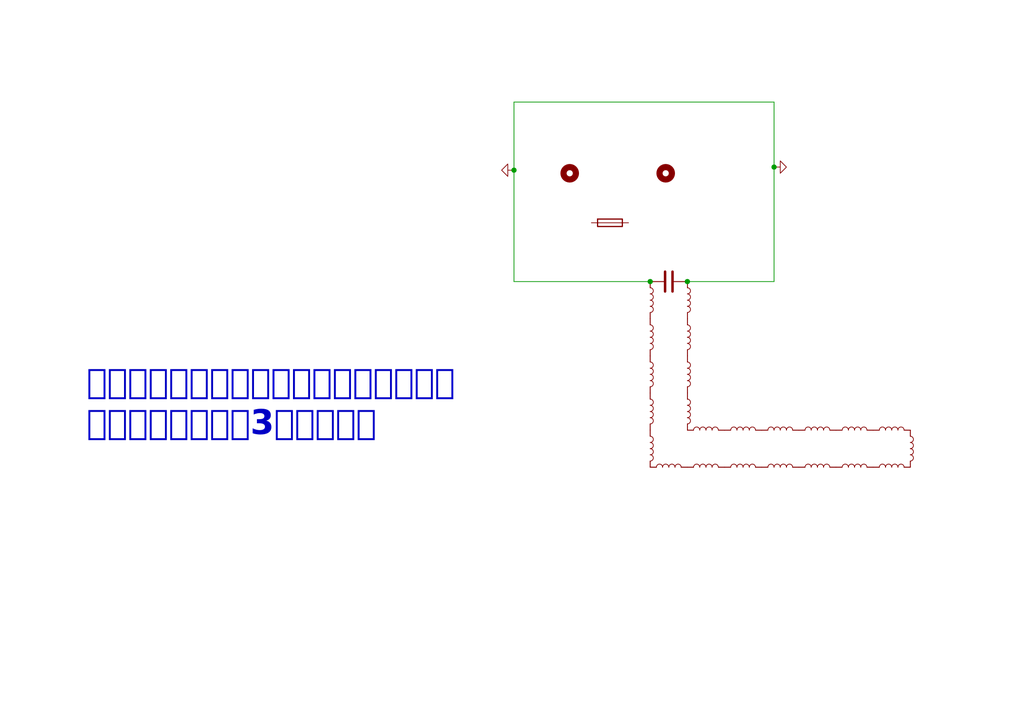
<source format=kicad_sch>
(kicad_sch (version 20230121) (generator eeschema)

  (uuid 5892cfad-b27a-444d-8011-739744923d1c)

  (paper "A5")

  (lib_symbols
    (symbol "Device:C" (pin_numbers hide) (pin_names (offset 0.254)) (in_bom yes) (on_board yes)
      (property "Reference" "C" (at 0.635 2.54 0)
        (effects (font (size 1.27 1.27)) (justify left))
      )
      (property "Value" "C" (at 0.635 -2.54 0)
        (effects (font (size 1.27 1.27)) (justify left))
      )
      (property "Footprint" "" (at 0.9652 -3.81 0)
        (effects (font (size 1.27 1.27)) hide)
      )
      (property "Datasheet" "~" (at 0 0 0)
        (effects (font (size 1.27 1.27)) hide)
      )
      (property "ki_keywords" "cap capacitor" (at 0 0 0)
        (effects (font (size 1.27 1.27)) hide)
      )
      (property "ki_description" "Unpolarized capacitor" (at 0 0 0)
        (effects (font (size 1.27 1.27)) hide)
      )
      (property "ki_fp_filters" "C_*" (at 0 0 0)
        (effects (font (size 1.27 1.27)) hide)
      )
      (symbol "C_0_1"
        (polyline
          (pts
            (xy -2.032 -0.762)
            (xy 2.032 -0.762)
          )
          (stroke (width 0.508) (type default))
          (fill (type none))
        )
        (polyline
          (pts
            (xy -2.032 0.762)
            (xy 2.032 0.762)
          )
          (stroke (width 0.508) (type default))
          (fill (type none))
        )
      )
      (symbol "C_1_1"
        (pin passive line (at 0 3.81 270) (length 2.794)
          (name "~" (effects (font (size 1.27 1.27))))
          (number "1" (effects (font (size 1.27 1.27))))
        )
        (pin passive line (at 0 -3.81 90) (length 2.794)
          (name "~" (effects (font (size 1.27 1.27))))
          (number "2" (effects (font (size 1.27 1.27))))
        )
      )
    )
    (symbol "Device:Fuse" (pin_numbers hide) (pin_names (offset 0)) (in_bom yes) (on_board yes)
      (property "Reference" "F" (at 2.032 0 90)
        (effects (font (size 1.27 1.27)))
      )
      (property "Value" "Fuse" (at -1.905 0 90)
        (effects (font (size 1.27 1.27)))
      )
      (property "Footprint" "" (at -1.778 0 90)
        (effects (font (size 1.27 1.27)) hide)
      )
      (property "Datasheet" "~" (at 0 0 0)
        (effects (font (size 1.27 1.27)) hide)
      )
      (property "ki_keywords" "fuse" (at 0 0 0)
        (effects (font (size 1.27 1.27)) hide)
      )
      (property "ki_description" "Fuse" (at 0 0 0)
        (effects (font (size 1.27 1.27)) hide)
      )
      (property "ki_fp_filters" "*Fuse*" (at 0 0 0)
        (effects (font (size 1.27 1.27)) hide)
      )
      (symbol "Fuse_0_1"
        (rectangle (start -0.762 -2.54) (end 0.762 2.54)
          (stroke (width 0.254) (type default))
          (fill (type none))
        )
        (polyline
          (pts
            (xy 0 2.54)
            (xy 0 -2.54)
          )
          (stroke (width 0) (type default))
          (fill (type none))
        )
      )
      (symbol "Fuse_1_1"
        (pin passive line (at 0 3.81 270) (length 1.27)
          (name "~" (effects (font (size 1.27 1.27))))
          (number "1" (effects (font (size 1.27 1.27))))
        )
        (pin passive line (at 0 -3.81 90) (length 1.27)
          (name "~" (effects (font (size 1.27 1.27))))
          (number "2" (effects (font (size 1.27 1.27))))
        )
      )
    )
    (symbol "Device:L" (pin_numbers hide) (pin_names (offset 1.016) hide) (in_bom yes) (on_board yes)
      (property "Reference" "L" (at -1.27 0 90)
        (effects (font (size 1.27 1.27)))
      )
      (property "Value" "L" (at 1.905 0 90)
        (effects (font (size 1.27 1.27)))
      )
      (property "Footprint" "" (at 0 0 0)
        (effects (font (size 1.27 1.27)) hide)
      )
      (property "Datasheet" "~" (at 0 0 0)
        (effects (font (size 1.27 1.27)) hide)
      )
      (property "ki_keywords" "inductor choke coil reactor magnetic" (at 0 0 0)
        (effects (font (size 1.27 1.27)) hide)
      )
      (property "ki_description" "Inductor" (at 0 0 0)
        (effects (font (size 1.27 1.27)) hide)
      )
      (property "ki_fp_filters" "Choke_* *Coil* Inductor_* L_*" (at 0 0 0)
        (effects (font (size 1.27 1.27)) hide)
      )
      (symbol "L_0_1"
        (arc (start 0 -2.54) (mid 0.6323 -1.905) (end 0 -1.27)
          (stroke (width 0) (type default))
          (fill (type none))
        )
        (arc (start 0 -1.27) (mid 0.6323 -0.635) (end 0 0)
          (stroke (width 0) (type default))
          (fill (type none))
        )
        (arc (start 0 0) (mid 0.6323 0.635) (end 0 1.27)
          (stroke (width 0) (type default))
          (fill (type none))
        )
        (arc (start 0 1.27) (mid 0.6323 1.905) (end 0 2.54)
          (stroke (width 0) (type default))
          (fill (type none))
        )
      )
      (symbol "L_1_1"
        (pin passive line (at 0 3.81 270) (length 1.27)
          (name "1" (effects (font (size 1.27 1.27))))
          (number "1" (effects (font (size 1.27 1.27))))
        )
        (pin passive line (at 0 -3.81 90) (length 1.27)
          (name "2" (effects (font (size 1.27 1.27))))
          (number "2" (effects (font (size 1.27 1.27))))
        )
      )
    )
    (symbol "Mechanical:MountingHole" (pin_names (offset 1.016)) (in_bom yes) (on_board yes)
      (property "Reference" "H" (at 0 5.08 0)
        (effects (font (size 1.27 1.27)))
      )
      (property "Value" "MountingHole" (at 0 3.175 0)
        (effects (font (size 1.27 1.27)))
      )
      (property "Footprint" "" (at 0 0 0)
        (effects (font (size 1.27 1.27)) hide)
      )
      (property "Datasheet" "~" (at 0 0 0)
        (effects (font (size 1.27 1.27)) hide)
      )
      (property "ki_keywords" "mounting hole" (at 0 0 0)
        (effects (font (size 1.27 1.27)) hide)
      )
      (property "ki_description" "Mounting Hole without connection" (at 0 0 0)
        (effects (font (size 1.27 1.27)) hide)
      )
      (property "ki_fp_filters" "MountingHole*" (at 0 0 0)
        (effects (font (size 1.27 1.27)) hide)
      )
      (symbol "MountingHole_0_1"
        (circle (center 0 0) (radius 1.27)
          (stroke (width 1.27) (type default))
          (fill (type none))
        )
      )
    )
    (symbol "power:GND" (power) (pin_names (offset 0)) (in_bom yes) (on_board yes)
      (property "Reference" "#PWR" (at 0 -6.35 0)
        (effects (font (size 1.27 1.27)) hide)
      )
      (property "Value" "GND" (at 0 -3.81 0)
        (effects (font (size 1.27 1.27)))
      )
      (property "Footprint" "" (at 0 0 0)
        (effects (font (size 1.27 1.27)) hide)
      )
      (property "Datasheet" "" (at 0 0 0)
        (effects (font (size 1.27 1.27)) hide)
      )
      (property "ki_keywords" "global power" (at 0 0 0)
        (effects (font (size 1.27 1.27)) hide)
      )
      (property "ki_description" "Power symbol creates a global label with name \"GND\" , ground" (at 0 0 0)
        (effects (font (size 1.27 1.27)) hide)
      )
      (symbol "GND_0_1"
        (polyline
          (pts
            (xy 0 0)
            (xy 0 -1.27)
            (xy 1.27 -1.27)
            (xy 0 -2.54)
            (xy -1.27 -1.27)
            (xy 0 -1.27)
          )
          (stroke (width 0) (type default))
          (fill (type none))
        )
      )
      (symbol "GND_1_1"
        (pin power_in line (at 0 0 270) (length 0) hide
          (name "GND" (effects (font (size 1.27 1.27))))
          (number "1" (effects (font (size 1.27 1.27))))
        )
      )
    )
  )

  (junction (at 158.75 34.29) (diameter 0) (color 0 0 0 0)
    (uuid 38a1292c-42bf-4be7-a47d-f7c6dc592cb9)
  )
  (junction (at 105.41 34.925) (diameter 0) (color 0 0 0 0)
    (uuid 69bc49a8-a8f0-42be-89c6-9a80d794a29b)
  )
  (junction (at 140.97 57.785) (diameter 0) (color 0 0 0 0)
    (uuid 72c6622d-cd47-4806-ae30-84c2868939de)
  )
  (junction (at 133.35 57.785) (diameter 0) (color 0 0 0 0)
    (uuid 90a29c1e-31a4-41f3-9f32-198c36297ce0)
  )

  (wire (pts (xy 158.75 57.785) (xy 140.97 57.785))
    (stroke (width 0) (type default))
    (uuid 527e5bb2-6ce4-401d-87b6-7f0c050cd51d)
  )
  (wire (pts (xy 105.41 34.925) (xy 105.41 20.955))
    (stroke (width 0) (type default))
    (uuid 87597973-1277-4e4c-b349-364aa351e5fc)
  )
  (wire (pts (xy 158.75 34.29) (xy 158.75 57.785))
    (stroke (width 0) (type default))
    (uuid bd0c2eae-6f7b-4e48-bcec-746adf505e9f)
  )
  (wire (pts (xy 105.41 57.785) (xy 105.41 34.925))
    (stroke (width 0) (type default))
    (uuid cb9a6292-ea06-47b1-8c12-45d6c2f9974c)
  )
  (wire (pts (xy 158.75 20.955) (xy 158.75 34.29))
    (stroke (width 0) (type default))
    (uuid e7af8ced-8cd5-457e-b391-33a296f63b97)
  )
  (wire (pts (xy 133.35 57.785) (xy 105.41 57.785))
    (stroke (width 0) (type default))
    (uuid f678ca0a-45b6-47a4-8b2c-b61d395aca75)
  )
  (wire (pts (xy 105.41 20.955) (xy 158.75 20.955))
    (stroke (width 0) (type default))
    (uuid ff88c83a-a140-461d-9c72-b6a41cfa2d34)
  )

  (text "この基板は使わないことになりました！\nやったね！基板は3枚だけだよ" (at 17.78 91.44 0)
    (effects (font (face "たぬゴ丸 太") (size 5 5) (thickness 2.54) bold) (justify left bottom))
    (uuid 8e0ea7dc-1bf7-48c1-816c-f7cfa5e3025b)
  )

  (symbol (lib_id "Device:L") (at 137.16 95.885 90) (unit 1)
    (in_bom yes) (on_board yes) (dnp no) (fields_autoplaced)
    (uuid 09c8bc59-e518-441a-9b07-b1a5674486d8)
    (property "Reference" "L15" (at 137.16 90.805 90)
      (effects (font (size 1.27 1.27)) hide)
    )
    (property "Value" "L" (at 137.16 93.345 90)
      (effects (font (size 1.27 1.27)) hide)
    )
    (property "Footprint" "" (at 137.16 95.885 0)
      (effects (font (size 1.27 1.27)) hide)
    )
    (property "Datasheet" "~" (at 137.16 95.885 0)
      (effects (font (size 1.27 1.27)) hide)
    )
    (pin "2" (uuid 9da88682-cbcb-4312-987e-36e424143936))
    (pin "1" (uuid 23e6f5f8-1d7f-4cfa-81cd-710361752871))
    (instances
      (project "03-FRONT"
        (path "/5892cfad-b27a-444d-8011-739744923d1c"
          (reference "L15") (unit 1)
        )
      )
    )
  )

  (symbol (lib_id "Device:Fuse") (at 125.095 45.72 270) (unit 1)
    (in_bom yes) (on_board yes) (dnp no) (fields_autoplaced)
    (uuid 1f9cf211-2f2a-49b8-bb3c-959e98b3e5e6)
    (property "Reference" "F1" (at 125.095 40.64 90)
      (effects (font (size 1.27 1.27)) hide)
    )
    (property "Value" "Fuse" (at 125.095 43.18 90)
      (effects (font (size 1.27 1.27)) hide)
    )
    (property "Footprint" "" (at 125.095 43.942 90)
      (effects (font (size 1.27 1.27)) hide)
    )
    (property "Datasheet" "~" (at 125.095 45.72 0)
      (effects (font (size 1.27 1.27)) hide)
    )
    (pin "1" (uuid f7201850-e8e2-43be-b3ef-2892f79f8d82))
    (pin "2" (uuid 863535a4-de4e-42ea-bf69-23f7156a47a5))
    (instances
      (project "03-FRONT"
        (path "/5892cfad-b27a-444d-8011-739744923d1c"
          (reference "F1") (unit 1)
        )
      )
    )
  )

  (symbol (lib_id "Device:L") (at 133.35 61.595 0) (unit 1)
    (in_bom yes) (on_board yes) (dnp no) (fields_autoplaced)
    (uuid 24b1d5a0-272d-43f4-84c4-dd88e47ff47c)
    (property "Reference" "L21" (at 135.255 60.325 0)
      (effects (font (size 1.27 1.27)) (justify left) hide)
    )
    (property "Value" "L" (at 135.255 62.865 0)
      (effects (font (size 1.27 1.27)) (justify left) hide)
    )
    (property "Footprint" "" (at 133.35 61.595 0)
      (effects (font (size 1.27 1.27)) hide)
    )
    (property "Datasheet" "~" (at 133.35 61.595 0)
      (effects (font (size 1.27 1.27)) hide)
    )
    (pin "2" (uuid 5a5a8526-6c35-4c23-9067-5ddec2fe5a34))
    (pin "1" (uuid 06f06c67-ae42-4f58-bc7b-a335e70772af))
    (instances
      (project "03-FRONT"
        (path "/5892cfad-b27a-444d-8011-739744923d1c"
          (reference "L21") (unit 1)
        )
      )
    )
  )

  (symbol (lib_id "Device:L") (at 160.02 95.885 90) (unit 1)
    (in_bom yes) (on_board yes) (dnp no) (fields_autoplaced)
    (uuid 264dddb1-b766-4a65-badd-512781e04305)
    (property "Reference" "L18" (at 160.02 90.805 90)
      (effects (font (size 1.27 1.27)) hide)
    )
    (property "Value" "L" (at 160.02 93.345 90)
      (effects (font (size 1.27 1.27)) hide)
    )
    (property "Footprint" "" (at 160.02 95.885 0)
      (effects (font (size 1.27 1.27)) hide)
    )
    (property "Datasheet" "~" (at 160.02 95.885 0)
      (effects (font (size 1.27 1.27)) hide)
    )
    (pin "2" (uuid a4c40f45-87cf-4ab8-9946-5a266976dde6))
    (pin "1" (uuid 78a8bc18-da74-46d7-a73d-c212a448e24d))
    (instances
      (project "03-FRONT"
        (path "/5892cfad-b27a-444d-8011-739744923d1c"
          (reference "L18") (unit 1)
        )
      )
    )
  )

  (symbol (lib_id "Device:L") (at 144.78 95.885 90) (unit 1)
    (in_bom yes) (on_board yes) (dnp no) (fields_autoplaced)
    (uuid 2b1f3a0e-4963-4097-99e1-4d274c21fc2c)
    (property "Reference" "L16" (at 144.78 90.805 90)
      (effects (font (size 1.27 1.27)) hide)
    )
    (property "Value" "L" (at 144.78 93.345 90)
      (effects (font (size 1.27 1.27)) hide)
    )
    (property "Footprint" "" (at 144.78 95.885 0)
      (effects (font (size 1.27 1.27)) hide)
    )
    (property "Datasheet" "~" (at 144.78 95.885 0)
      (effects (font (size 1.27 1.27)) hide)
    )
    (pin "2" (uuid c4d578a9-20fc-478d-a1c4-c845b7779cf8))
    (pin "1" (uuid ba207f71-736e-4552-82e9-6441c1ebdfae))
    (instances
      (project "03-FRONT"
        (path "/5892cfad-b27a-444d-8011-739744923d1c"
          (reference "L16") (unit 1)
        )
      )
    )
  )

  (symbol (lib_id "Device:L") (at 167.64 95.885 90) (unit 1)
    (in_bom yes) (on_board yes) (dnp no) (fields_autoplaced)
    (uuid 3114573e-d644-415d-bbee-eda69e9ed230)
    (property "Reference" "L19" (at 167.64 90.805 90)
      (effects (font (size 1.27 1.27)) hide)
    )
    (property "Value" "L" (at 167.64 93.345 90)
      (effects (font (size 1.27 1.27)) hide)
    )
    (property "Footprint" "" (at 167.64 95.885 0)
      (effects (font (size 1.27 1.27)) hide)
    )
    (property "Datasheet" "~" (at 167.64 95.885 0)
      (effects (font (size 1.27 1.27)) hide)
    )
    (pin "2" (uuid 4bc47a0c-0c8c-49da-b775-c46adb46bd1d))
    (pin "1" (uuid c0193d57-2568-4da1-8ff6-bd277a2902b9))
    (instances
      (project "03-FRONT"
        (path "/5892cfad-b27a-444d-8011-739744923d1c"
          (reference "L19") (unit 1)
        )
      )
    )
  )

  (symbol (lib_id "Device:L") (at 140.97 69.215 0) (unit 1)
    (in_bom yes) (on_board yes) (dnp no) (fields_autoplaced)
    (uuid 38c40e84-27e2-43be-bd5e-7be4683aac3a)
    (property "Reference" "L2" (at 142.875 67.945 0)
      (effects (font (size 1.27 1.27)) (justify left) hide)
    )
    (property "Value" "L" (at 142.875 70.485 0)
      (effects (font (size 1.27 1.27)) (justify left) hide)
    )
    (property "Footprint" "" (at 140.97 69.215 0)
      (effects (font (size 1.27 1.27)) hide)
    )
    (property "Datasheet" "~" (at 140.97 69.215 0)
      (effects (font (size 1.27 1.27)) hide)
    )
    (pin "2" (uuid 1f12fdcb-34c2-4670-9d33-12cae8cdad33))
    (pin "1" (uuid 3b8a9fa6-dc3d-4068-984d-754fc5d3fd47))
    (instances
      (project "03-FRONT"
        (path "/5892cfad-b27a-444d-8011-739744923d1c"
          (reference "L2") (unit 1)
        )
      )
    )
  )

  (symbol (lib_id "Mechanical:MountingHole") (at 116.84 35.56 0) (unit 1)
    (in_bom yes) (on_board yes) (dnp no) (fields_autoplaced)
    (uuid 39c677c9-4740-4ae1-a033-2eecfa3c952b)
    (property "Reference" "H1" (at 120.015 34.29 0)
      (effects (font (size 1.27 1.27)) (justify left) hide)
    )
    (property "Value" "MountingHole" (at 120.015 36.83 0)
      (effects (font (size 1.27 1.27)) (justify left) hide)
    )
    (property "Footprint" "" (at 116.84 35.56 0)
      (effects (font (size 1.27 1.27)) hide)
    )
    (property "Datasheet" "~" (at 116.84 35.56 0)
      (effects (font (size 1.27 1.27)) hide)
    )
    (instances
      (project "03-FRONT"
        (path "/5892cfad-b27a-444d-8011-739744923d1c"
          (reference "H1") (unit 1)
        )
      )
    )
  )

  (symbol (lib_id "Device:L") (at 152.4 95.885 90) (unit 1)
    (in_bom yes) (on_board yes) (dnp no) (fields_autoplaced)
    (uuid 3cb6b9ca-ed0d-4e61-8c9d-0ea920c0edf3)
    (property "Reference" "L17" (at 152.4 90.805 90)
      (effects (font (size 1.27 1.27)) hide)
    )
    (property "Value" "L" (at 152.4 93.345 90)
      (effects (font (size 1.27 1.27)) hide)
    )
    (property "Footprint" "" (at 152.4 95.885 0)
      (effects (font (size 1.27 1.27)) hide)
    )
    (property "Datasheet" "~" (at 152.4 95.885 0)
      (effects (font (size 1.27 1.27)) hide)
    )
    (pin "2" (uuid ac3d13a7-76e2-4925-87d4-db86374b5653))
    (pin "1" (uuid 1e358f46-edc3-4fb2-8680-efda4909cb6e))
    (instances
      (project "03-FRONT"
        (path "/5892cfad-b27a-444d-8011-739744923d1c"
          (reference "L17") (unit 1)
        )
      )
    )
  )

  (symbol (lib_id "Device:L") (at 133.35 69.215 0) (unit 1)
    (in_bom yes) (on_board yes) (dnp no) (fields_autoplaced)
    (uuid 41cae2c5-77b3-466d-bf6c-15219ad6d705)
    (property "Reference" "L11" (at 135.255 67.945 0)
      (effects (font (size 1.27 1.27)) (justify left) hide)
    )
    (property "Value" "L" (at 135.255 70.485 0)
      (effects (font (size 1.27 1.27)) (justify left) hide)
    )
    (property "Footprint" "" (at 133.35 69.215 0)
      (effects (font (size 1.27 1.27)) hide)
    )
    (property "Datasheet" "~" (at 133.35 69.215 0)
      (effects (font (size 1.27 1.27)) hide)
    )
    (pin "2" (uuid 3bd4728b-46ee-489a-9050-f003f8d37c3e))
    (pin "1" (uuid d22b1c3e-6d70-471e-8375-429fae7c7d27))
    (instances
      (project "03-FRONT"
        (path "/5892cfad-b27a-444d-8011-739744923d1c"
          (reference "L11") (unit 1)
        )
      )
    )
  )

  (symbol (lib_id "Device:L") (at 152.4 88.265 90) (unit 1)
    (in_bom yes) (on_board yes) (dnp no) (fields_autoplaced)
    (uuid 41d71efb-08be-412e-b7d2-40f9922c1739)
    (property "Reference" "L6" (at 152.4 83.185 90)
      (effects (font (size 1.27 1.27)) hide)
    )
    (property "Value" "L" (at 152.4 85.725 90)
      (effects (font (size 1.27 1.27)) hide)
    )
    (property "Footprint" "" (at 152.4 88.265 0)
      (effects (font (size 1.27 1.27)) hide)
    )
    (property "Datasheet" "~" (at 152.4 88.265 0)
      (effects (font (size 1.27 1.27)) hide)
    )
    (pin "2" (uuid 1f12fdcb-34c2-4670-9d33-12cae8cdad33))
    (pin "1" (uuid 3b8a9fa6-dc3d-4068-984d-754fc5d3fd47))
    (instances
      (project "03-FRONT"
        (path "/5892cfad-b27a-444d-8011-739744923d1c"
          (reference "L6") (unit 1)
        )
      )
    )
  )

  (symbol (lib_id "Device:L") (at 167.64 88.265 90) (unit 1)
    (in_bom yes) (on_board yes) (dnp no) (fields_autoplaced)
    (uuid 5b0d041b-2614-49de-bed0-1b3d840844de)
    (property "Reference" "L8" (at 167.64 83.185 90)
      (effects (font (size 1.27 1.27)) hide)
    )
    (property "Value" "L" (at 167.64 85.725 90)
      (effects (font (size 1.27 1.27)) hide)
    )
    (property "Footprint" "" (at 167.64 88.265 0)
      (effects (font (size 1.27 1.27)) hide)
    )
    (property "Datasheet" "~" (at 167.64 88.265 0)
      (effects (font (size 1.27 1.27)) hide)
    )
    (pin "2" (uuid 1f12fdcb-34c2-4670-9d33-12cae8cdad33))
    (pin "1" (uuid 3b8a9fa6-dc3d-4068-984d-754fc5d3fd47))
    (instances
      (project "03-FRONT"
        (path "/5892cfad-b27a-444d-8011-739744923d1c"
          (reference "L8") (unit 1)
        )
      )
    )
  )

  (symbol (lib_id "Device:L") (at 182.88 88.265 90) (unit 1)
    (in_bom yes) (on_board yes) (dnp no) (fields_autoplaced)
    (uuid 629f9d25-a087-4bbc-a44b-0c5742b3e62e)
    (property "Reference" "L10" (at 182.88 83.185 90)
      (effects (font (size 1.27 1.27)) hide)
    )
    (property "Value" "L" (at 182.88 85.725 90)
      (effects (font (size 1.27 1.27)) hide)
    )
    (property "Footprint" "" (at 182.88 88.265 0)
      (effects (font (size 1.27 1.27)) hide)
    )
    (property "Datasheet" "~" (at 182.88 88.265 0)
      (effects (font (size 1.27 1.27)) hide)
    )
    (pin "2" (uuid 1f12fdcb-34c2-4670-9d33-12cae8cdad33))
    (pin "1" (uuid 3b8a9fa6-dc3d-4068-984d-754fc5d3fd47))
    (instances
      (project "03-FRONT"
        (path "/5892cfad-b27a-444d-8011-739744923d1c"
          (reference "L10") (unit 1)
        )
      )
    )
  )

  (symbol (lib_id "power:GND") (at 158.75 34.29 90) (unit 1)
    (in_bom yes) (on_board yes) (dnp no) (fields_autoplaced)
    (uuid 7732704e-4d2e-4d6e-b8fa-001762411f76)
    (property "Reference" "#PWR01" (at 165.1 34.29 0)
      (effects (font (size 1.27 1.27)) hide)
    )
    (property "Value" "GND" (at 161.925 34.29 90)
      (effects (font (size 1.27 1.27)) (justify right) hide)
    )
    (property "Footprint" "" (at 158.75 34.29 0)
      (effects (font (size 1.27 1.27)) hide)
    )
    (property "Datasheet" "" (at 158.75 34.29 0)
      (effects (font (size 1.27 1.27)) hide)
    )
    (pin "1" (uuid 47ab962b-d81c-4994-9fd7-828ee54161f9))
    (instances
      (project "03-FRONT"
        (path "/5892cfad-b27a-444d-8011-739744923d1c"
          (reference "#PWR01") (unit 1)
        )
      )
    )
  )

  (symbol (lib_id "Device:L") (at 133.35 92.075 0) (unit 1)
    (in_bom yes) (on_board yes) (dnp no) (fields_autoplaced)
    (uuid 864169f5-957b-46a5-8bdb-fdf109122f8e)
    (property "Reference" "L14" (at 135.255 90.805 0)
      (effects (font (size 1.27 1.27)) (justify left) hide)
    )
    (property "Value" "L" (at 135.255 93.345 0)
      (effects (font (size 1.27 1.27)) (justify left) hide)
    )
    (property "Footprint" "" (at 133.35 92.075 0)
      (effects (font (size 1.27 1.27)) hide)
    )
    (property "Datasheet" "~" (at 133.35 92.075 0)
      (effects (font (size 1.27 1.27)) hide)
    )
    (pin "2" (uuid a3513701-3b99-437f-877a-edd6cf6a9358))
    (pin "1" (uuid 7c07d3be-b5e9-458b-bddc-fd555b5b8028))
    (instances
      (project "03-FRONT"
        (path "/5892cfad-b27a-444d-8011-739744923d1c"
          (reference "L14") (unit 1)
        )
      )
    )
  )

  (symbol (lib_id "Device:L") (at 140.97 76.835 0) (unit 1)
    (in_bom yes) (on_board yes) (dnp no) (fields_autoplaced)
    (uuid 8a7fe5d7-90a8-4d69-8890-c96c2b84c383)
    (property "Reference" "L3" (at 142.875 75.565 0)
      (effects (font (size 1.27 1.27)) (justify left) hide)
    )
    (property "Value" "L" (at 142.875 78.105 0)
      (effects (font (size 1.27 1.27)) (justify left) hide)
    )
    (property "Footprint" "" (at 140.97 76.835 0)
      (effects (font (size 1.27 1.27)) hide)
    )
    (property "Datasheet" "~" (at 140.97 76.835 0)
      (effects (font (size 1.27 1.27)) hide)
    )
    (pin "2" (uuid 1f12fdcb-34c2-4670-9d33-12cae8cdad33))
    (pin "1" (uuid 3b8a9fa6-dc3d-4068-984d-754fc5d3fd47))
    (instances
      (project "03-FRONT"
        (path "/5892cfad-b27a-444d-8011-739744923d1c"
          (reference "L3") (unit 1)
        )
      )
    )
  )

  (symbol (lib_id "Device:L") (at 140.97 61.595 0) (unit 1)
    (in_bom yes) (on_board yes) (dnp no) (fields_autoplaced)
    (uuid 8d1adcd8-7320-4cbf-92ea-f716e7a77995)
    (property "Reference" "L1" (at 142.875 60.325 0)
      (effects (font (size 1.27 1.27)) (justify left) hide)
    )
    (property "Value" "L" (at 142.875 62.865 0)
      (effects (font (size 1.27 1.27)) (justify left) hide)
    )
    (property "Footprint" "" (at 140.97 61.595 0)
      (effects (font (size 1.27 1.27)) hide)
    )
    (property "Datasheet" "~" (at 140.97 61.595 0)
      (effects (font (size 1.27 1.27)) hide)
    )
    (pin "2" (uuid 1f12fdcb-34c2-4670-9d33-12cae8cdad33))
    (pin "1" (uuid 3b8a9fa6-dc3d-4068-984d-754fc5d3fd47))
    (instances
      (project "03-FRONT"
        (path "/5892cfad-b27a-444d-8011-739744923d1c"
          (reference "L1") (unit 1)
        )
      )
    )
  )

  (symbol (lib_id "Mechanical:MountingHole") (at 136.525 35.56 0) (unit 1)
    (in_bom yes) (on_board yes) (dnp no) (fields_autoplaced)
    (uuid b1a712e1-961b-40a2-8574-ab03dd32df5f)
    (property "Reference" "H2" (at 139.7 34.29 0)
      (effects (font (size 1.27 1.27)) (justify left) hide)
    )
    (property "Value" "MountingHole" (at 139.7 36.83 0)
      (effects (font (size 1.27 1.27)) (justify left) hide)
    )
    (property "Footprint" "" (at 136.525 35.56 0)
      (effects (font (size 1.27 1.27)) hide)
    )
    (property "Datasheet" "~" (at 136.525 35.56 0)
      (effects (font (size 1.27 1.27)) hide)
    )
    (instances
      (project "03-FRONT"
        (path "/5892cfad-b27a-444d-8011-739744923d1c"
          (reference "H2") (unit 1)
        )
      )
    )
  )

  (symbol (lib_id "Device:L") (at 133.35 84.455 0) (unit 1)
    (in_bom yes) (on_board yes) (dnp no) (fields_autoplaced)
    (uuid c33d16d3-8c43-4e26-b27c-cc8dba62ccb4)
    (property "Reference" "L13" (at 135.255 83.185 0)
      (effects (font (size 1.27 1.27)) (justify left) hide)
    )
    (property "Value" "L" (at 135.255 85.725 0)
      (effects (font (size 1.27 1.27)) (justify left) hide)
    )
    (property "Footprint" "" (at 133.35 84.455 0)
      (effects (font (size 1.27 1.27)) hide)
    )
    (property "Datasheet" "~" (at 133.35 84.455 0)
      (effects (font (size 1.27 1.27)) hide)
    )
    (pin "2" (uuid def3965c-0f25-4035-b93f-2bcb06112b35))
    (pin "1" (uuid 5c11fddc-0641-4e42-9cb2-613fa49ca42d))
    (instances
      (project "03-FRONT"
        (path "/5892cfad-b27a-444d-8011-739744923d1c"
          (reference "L13") (unit 1)
        )
      )
    )
  )

  (symbol (lib_id "Device:L") (at 175.26 95.885 90) (unit 1)
    (in_bom yes) (on_board yes) (dnp no) (fields_autoplaced)
    (uuid c66d91cd-ecbe-45fb-bdc4-ffc2719d2ed9)
    (property "Reference" "L20" (at 175.26 90.805 90)
      (effects (font (size 1.27 1.27)) hide)
    )
    (property "Value" "L" (at 175.26 93.345 90)
      (effects (font (size 1.27 1.27)) hide)
    )
    (property "Footprint" "" (at 175.26 95.885 0)
      (effects (font (size 1.27 1.27)) hide)
    )
    (property "Datasheet" "~" (at 175.26 95.885 0)
      (effects (font (size 1.27 1.27)) hide)
    )
    (pin "2" (uuid 64a7a6a6-d3e5-4cfd-aef3-70ee4e526ddd))
    (pin "1" (uuid ca681773-bab1-47ff-bac2-d935cc0cdf59))
    (instances
      (project "03-FRONT"
        (path "/5892cfad-b27a-444d-8011-739744923d1c"
          (reference "L20") (unit 1)
        )
      )
    )
  )

  (symbol (lib_id "Device:C") (at 137.16 57.785 90) (unit 1)
    (in_bom yes) (on_board yes) (dnp no) (fields_autoplaced)
    (uuid d432619f-c121-4d5d-b0fd-a6ce115e4a00)
    (property "Reference" "C1" (at 137.16 50.165 90)
      (effects (font (size 1.27 1.27)) hide)
    )
    (property "Value" "C" (at 137.16 52.705 90)
      (effects (font (size 1.27 1.27)) hide)
    )
    (property "Footprint" "" (at 140.97 56.8198 0)
      (effects (font (size 1.27 1.27)) hide)
    )
    (property "Datasheet" "~" (at 137.16 57.785 0)
      (effects (font (size 1.27 1.27)) hide)
    )
    (pin "1" (uuid 95eda3e6-b181-4a79-a982-a31cda86aabd))
    (pin "2" (uuid bfbcdfe9-30e0-4fb8-b495-525aaf67bc2b))
    (instances
      (project "03-FRONT"
        (path "/5892cfad-b27a-444d-8011-739744923d1c"
          (reference "C1") (unit 1)
        )
      )
    )
  )

  (symbol (lib_id "Device:L") (at 175.26 88.265 90) (unit 1)
    (in_bom yes) (on_board yes) (dnp no) (fields_autoplaced)
    (uuid d4f60675-bcd2-406e-86ea-e7995e3523a9)
    (property "Reference" "L9" (at 175.26 83.185 90)
      (effects (font (size 1.27 1.27)) hide)
    )
    (property "Value" "L" (at 175.26 85.725 90)
      (effects (font (size 1.27 1.27)) hide)
    )
    (property "Footprint" "" (at 175.26 88.265 0)
      (effects (font (size 1.27 1.27)) hide)
    )
    (property "Datasheet" "~" (at 175.26 88.265 0)
      (effects (font (size 1.27 1.27)) hide)
    )
    (pin "2" (uuid 1f12fdcb-34c2-4670-9d33-12cae8cdad33))
    (pin "1" (uuid 3b8a9fa6-dc3d-4068-984d-754fc5d3fd47))
    (instances
      (project "03-FRONT"
        (path "/5892cfad-b27a-444d-8011-739744923d1c"
          (reference "L9") (unit 1)
        )
      )
    )
  )

  (symbol (lib_id "Device:L") (at 160.02 88.265 90) (unit 1)
    (in_bom yes) (on_board yes) (dnp no) (fields_autoplaced)
    (uuid e1ccb6cc-4ad6-4566-8594-151476950163)
    (property "Reference" "L7" (at 160.02 83.185 90)
      (effects (font (size 1.27 1.27)) hide)
    )
    (property "Value" "L" (at 160.02 85.725 90)
      (effects (font (size 1.27 1.27)) hide)
    )
    (property "Footprint" "" (at 160.02 88.265 0)
      (effects (font (size 1.27 1.27)) hide)
    )
    (property "Datasheet" "~" (at 160.02 88.265 0)
      (effects (font (size 1.27 1.27)) hide)
    )
    (pin "2" (uuid 1f12fdcb-34c2-4670-9d33-12cae8cdad33))
    (pin "1" (uuid 3b8a9fa6-dc3d-4068-984d-754fc5d3fd47))
    (instances
      (project "03-FRONT"
        (path "/5892cfad-b27a-444d-8011-739744923d1c"
          (reference "L7") (unit 1)
        )
      )
    )
  )

  (symbol (lib_id "Device:L") (at 186.69 92.075 0) (unit 1)
    (in_bom yes) (on_board yes) (dnp no) (fields_autoplaced)
    (uuid e3778443-4ce7-413e-b72d-55f2034fa43f)
    (property "Reference" "L23" (at 191.77 92.075 90)
      (effects (font (size 1.27 1.27)) hide)
    )
    (property "Value" "L" (at 189.23 92.075 90)
      (effects (font (size 1.27 1.27)) hide)
    )
    (property "Footprint" "" (at 186.69 92.075 0)
      (effects (font (size 1.27 1.27)) hide)
    )
    (property "Datasheet" "~" (at 186.69 92.075 0)
      (effects (font (size 1.27 1.27)) hide)
    )
    (pin "2" (uuid 4fc63153-e9e9-4bb1-ac0f-3f1c0de838be))
    (pin "1" (uuid 0d1eb74b-bd64-47de-89cb-371e54281b65))
    (instances
      (project "03-FRONT"
        (path "/5892cfad-b27a-444d-8011-739744923d1c"
          (reference "L23") (unit 1)
        )
      )
    )
  )

  (symbol (lib_id "Device:L") (at 140.97 84.455 0) (unit 1)
    (in_bom yes) (on_board yes) (dnp no) (fields_autoplaced)
    (uuid e752477a-e99d-4b65-b382-c9bdc5ea1edf)
    (property "Reference" "L4" (at 142.875 83.185 0)
      (effects (font (size 1.27 1.27)) (justify left) hide)
    )
    (property "Value" "L" (at 142.875 85.725 0)
      (effects (font (size 1.27 1.27)) (justify left) hide)
    )
    (property "Footprint" "" (at 140.97 84.455 0)
      (effects (font (size 1.27 1.27)) hide)
    )
    (property "Datasheet" "~" (at 140.97 84.455 0)
      (effects (font (size 1.27 1.27)) hide)
    )
    (pin "2" (uuid 1f12fdcb-34c2-4670-9d33-12cae8cdad33))
    (pin "1" (uuid 3b8a9fa6-dc3d-4068-984d-754fc5d3fd47))
    (instances
      (project "03-FRONT"
        (path "/5892cfad-b27a-444d-8011-739744923d1c"
          (reference "L4") (unit 1)
        )
      )
    )
  )

  (symbol (lib_id "Device:L") (at 144.78 88.265 90) (unit 1)
    (in_bom yes) (on_board yes) (dnp no) (fields_autoplaced)
    (uuid e7fa8e57-3cf2-43a5-9d25-504ee4e7bd55)
    (property "Reference" "L5" (at 144.78 83.185 90)
      (effects (font (size 1.27 1.27)) hide)
    )
    (property "Value" "L" (at 144.78 85.725 90)
      (effects (font (size 1.27 1.27)) hide)
    )
    (property "Footprint" "" (at 144.78 88.265 0)
      (effects (font (size 1.27 1.27)) hide)
    )
    (property "Datasheet" "~" (at 144.78 88.265 0)
      (effects (font (size 1.27 1.27)) hide)
    )
    (pin "2" (uuid 1f12fdcb-34c2-4670-9d33-12cae8cdad33))
    (pin "1" (uuid 3b8a9fa6-dc3d-4068-984d-754fc5d3fd47))
    (instances
      (project "03-FRONT"
        (path "/5892cfad-b27a-444d-8011-739744923d1c"
          (reference "L5") (unit 1)
        )
      )
    )
  )

  (symbol (lib_id "Device:L") (at 133.35 76.835 0) (unit 1)
    (in_bom yes) (on_board yes) (dnp no) (fields_autoplaced)
    (uuid e84de031-7008-4908-a2af-438690b4a6db)
    (property "Reference" "L12" (at 135.255 75.565 0)
      (effects (font (size 1.27 1.27)) (justify left) hide)
    )
    (property "Value" "L" (at 135.255 78.105 0)
      (effects (font (size 1.27 1.27)) (justify left) hide)
    )
    (property "Footprint" "" (at 133.35 76.835 0)
      (effects (font (size 1.27 1.27)) hide)
    )
    (property "Datasheet" "~" (at 133.35 76.835 0)
      (effects (font (size 1.27 1.27)) hide)
    )
    (pin "2" (uuid cef8797b-9127-4343-9f25-e0aff0258a65))
    (pin "1" (uuid a7d4e99d-5811-4650-87e9-2d5f86941364))
    (instances
      (project "03-FRONT"
        (path "/5892cfad-b27a-444d-8011-739744923d1c"
          (reference "L12") (unit 1)
        )
      )
    )
  )

  (symbol (lib_id "Device:L") (at 182.88 95.885 90) (unit 1)
    (in_bom yes) (on_board yes) (dnp no) (fields_autoplaced)
    (uuid fb100569-8d38-4f31-90ed-08093dc5e5a0)
    (property "Reference" "L22" (at 182.88 90.805 90)
      (effects (font (size 1.27 1.27)) hide)
    )
    (property "Value" "L" (at 182.88 93.345 90)
      (effects (font (size 1.27 1.27)) hide)
    )
    (property "Footprint" "" (at 182.88 95.885 0)
      (effects (font (size 1.27 1.27)) hide)
    )
    (property "Datasheet" "~" (at 182.88 95.885 0)
      (effects (font (size 1.27 1.27)) hide)
    )
    (pin "2" (uuid ee422689-317a-4dbc-851f-0ce68abfb0f3))
    (pin "1" (uuid 86d8227e-58e6-47c5-89fd-482c5407bf9c))
    (instances
      (project "03-FRONT"
        (path "/5892cfad-b27a-444d-8011-739744923d1c"
          (reference "L22") (unit 1)
        )
      )
    )
  )

  (symbol (lib_id "power:GND") (at 105.41 34.925 270) (unit 1)
    (in_bom yes) (on_board yes) (dnp no) (fields_autoplaced)
    (uuid fe846b83-cd7c-43d8-a081-128fa0eca607)
    (property "Reference" "#PWR02" (at 99.06 34.925 0)
      (effects (font (size 1.27 1.27)) hide)
    )
    (property "Value" "GND" (at 102.235 34.925 90)
      (effects (font (size 1.27 1.27)) (justify right) hide)
    )
    (property "Footprint" "" (at 105.41 34.925 0)
      (effects (font (size 1.27 1.27)) hide)
    )
    (property "Datasheet" "" (at 105.41 34.925 0)
      (effects (font (size 1.27 1.27)) hide)
    )
    (pin "1" (uuid 47ab962b-d81c-4994-9fd7-828ee54161f9))
    (instances
      (project "03-FRONT"
        (path "/5892cfad-b27a-444d-8011-739744923d1c"
          (reference "#PWR02") (unit 1)
        )
      )
    )
  )

  (sheet_instances
    (path "/" (page "1"))
  )
)

</source>
